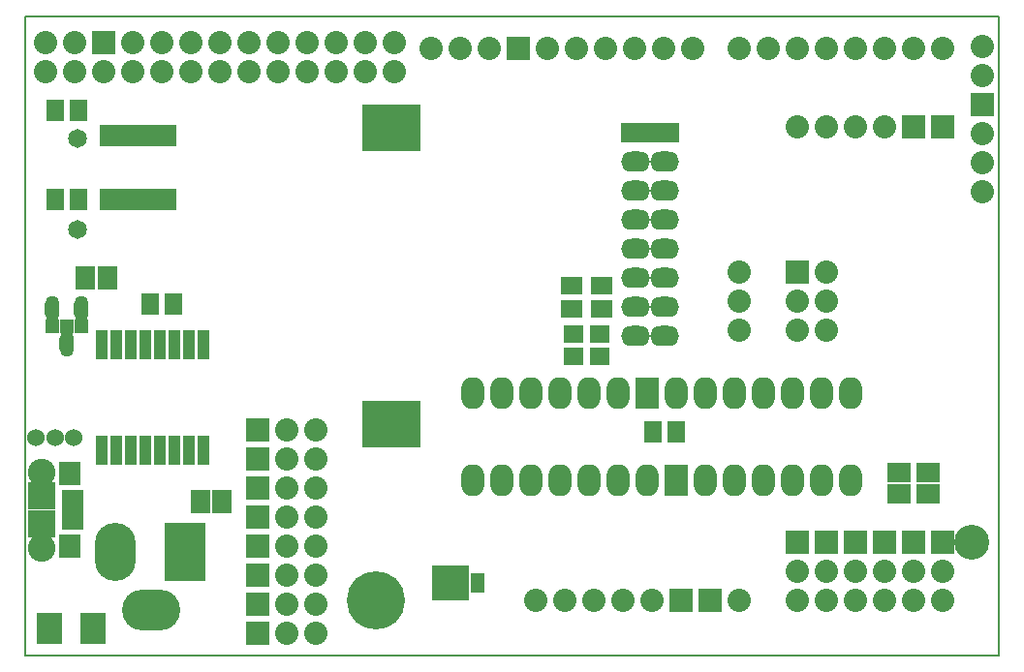
<source format=gbs>
G04 (created by PCBNEW (2013-03-15 BZR 4003)-stable) date 12-Jun-13 3:11:28 PM*
%MOIN*%
G04 Gerber Fmt 3.4, Leading zero omitted, Abs format*
%FSLAX34Y34*%
G01*
G70*
G90*
G04 APERTURE LIST*
%ADD10C,2.3622e-006*%
%ADD11C,0.005*%
%ADD12R,0.08X0.08*%
%ADD13C,0.08*%
%ADD14R,0.09X0.1075*%
%ADD15R,0.0365X0.0779*%
%ADD16R,0.0712X0.079*%
%ADD17R,0.062X0.076*%
%ADD18R,0.076X0.062*%
%ADD19R,0.079X0.0712*%
%ADD20C,0.06*%
%ADD21R,0.0712X0.0613*%
%ADD22R,0.0436X0.0987*%
%ADD23R,0.2X0.16*%
%ADD24R,0.1X0.07*%
%ADD25O,0.1X0.07*%
%ADD26R,0.074X0.036*%
%ADD27R,0.076X0.083*%
%ADD28R,0.095X0.095*%
%ADD29C,0.095*%
%ADD30C,0.065*%
%ADD31R,0.125X0.12*%
%ADD32R,0.05X0.07*%
%ADD33O,0.14X0.2*%
%ADD34R,0.14X0.2*%
%ADD35O,0.2X0.14*%
%ADD36O,0.05X0.09*%
%ADD37R,0.05X0.05*%
%ADD38C,0.2*%
%ADD39C,0.12*%
%ADD40O,0.08X0.11*%
%ADD41R,0.08X0.11*%
G04 APERTURE END LIST*
G54D10*
G54D11*
X43500Y-32000D02*
X43500Y-10000D01*
X10000Y-10000D02*
X43500Y-10000D01*
X43500Y-32000D02*
X10000Y-32000D01*
X10000Y-32000D02*
X10000Y-10000D01*
G54D12*
X18000Y-31250D03*
X18000Y-30250D03*
X18000Y-29250D03*
X18000Y-28250D03*
X18000Y-27250D03*
X18000Y-26250D03*
X18000Y-25250D03*
X18000Y-24250D03*
G54D13*
X19000Y-31250D03*
X19000Y-30250D03*
X19000Y-29250D03*
X19000Y-28250D03*
X19000Y-27250D03*
X19000Y-26250D03*
X19000Y-25250D03*
X19000Y-24250D03*
G54D14*
X12325Y-31075D03*
X10825Y-31075D03*
G54D15*
X13747Y-14098D03*
X14003Y-14098D03*
X14259Y-14098D03*
X14515Y-14098D03*
X12983Y-16300D03*
X12979Y-14098D03*
X13235Y-14098D03*
X13491Y-14098D03*
X14771Y-16302D03*
X14515Y-16302D03*
X14259Y-16302D03*
X14003Y-16302D03*
X13747Y-16302D03*
X13491Y-16302D03*
X14771Y-14098D03*
X13235Y-16300D03*
X12723Y-14098D03*
X15027Y-14098D03*
X15027Y-16302D03*
X12723Y-16302D03*
G54D16*
X12075Y-19025D03*
X12825Y-19025D03*
G54D17*
X11025Y-13250D03*
X11825Y-13250D03*
X11025Y-16300D03*
X11825Y-16300D03*
G54D18*
X28800Y-20075D03*
X28800Y-19275D03*
G54D17*
X32400Y-24300D03*
X31600Y-24300D03*
X15100Y-19925D03*
X14300Y-19925D03*
G54D18*
X29850Y-20075D03*
X29850Y-19275D03*
G54D19*
X41075Y-25700D03*
X41075Y-26450D03*
X40075Y-25700D03*
X40075Y-26450D03*
G54D20*
X11675Y-24500D03*
X11025Y-24500D03*
X10375Y-24500D03*
G54D21*
X29775Y-21700D03*
X28875Y-20950D03*
X29775Y-20950D03*
X28875Y-21700D03*
G54D22*
X16125Y-24956D03*
X15625Y-24956D03*
X15125Y-24956D03*
X14625Y-24956D03*
X14125Y-24956D03*
X13625Y-24956D03*
X13125Y-24956D03*
X12625Y-24956D03*
X12625Y-21294D03*
X13125Y-21294D03*
X13625Y-21294D03*
X14125Y-21294D03*
X14625Y-21294D03*
X15125Y-21294D03*
X15625Y-21294D03*
X16125Y-21294D03*
G54D16*
X16775Y-26700D03*
X16025Y-26700D03*
G54D23*
X22600Y-24050D03*
X22600Y-13850D03*
G54D13*
X20000Y-31250D03*
X20000Y-30250D03*
X20000Y-29250D03*
X20000Y-28250D03*
X20000Y-27250D03*
X20000Y-26250D03*
X20000Y-25250D03*
X20000Y-24250D03*
X42950Y-11050D03*
X42950Y-12050D03*
G54D12*
X42950Y-13050D03*
G54D13*
X42950Y-14050D03*
X42950Y-15050D03*
X42950Y-16050D03*
G54D24*
X31000Y-14000D03*
G54D25*
X31000Y-15000D03*
X31000Y-16000D03*
X31000Y-17000D03*
X31000Y-18000D03*
X31000Y-19000D03*
X31000Y-20000D03*
X31000Y-21000D03*
G54D24*
X32000Y-14000D03*
G54D25*
X32000Y-15000D03*
X32000Y-16000D03*
X32000Y-17000D03*
X32000Y-18000D03*
X32000Y-19000D03*
X32000Y-20000D03*
X32000Y-21000D03*
G54D26*
X11625Y-27000D03*
X11625Y-26744D03*
X11625Y-26488D03*
X11625Y-27256D03*
X11625Y-27512D03*
G54D27*
X11525Y-28250D03*
X11525Y-25750D03*
G54D28*
X10575Y-27475D03*
X10575Y-26525D03*
G54D29*
X10575Y-28300D03*
X10575Y-25700D03*
G54D13*
X37575Y-20800D03*
X36575Y-20800D03*
X37575Y-19800D03*
X36575Y-19800D03*
X37575Y-18800D03*
G54D12*
X36575Y-18800D03*
G54D30*
X11800Y-14200D03*
X11800Y-17350D03*
G54D31*
X24650Y-29500D03*
G54D32*
X25575Y-29500D03*
G54D33*
X13100Y-28450D03*
G54D34*
X15500Y-28450D03*
G54D35*
X14350Y-30450D03*
G54D13*
X10700Y-11900D03*
X10700Y-10900D03*
X11700Y-11900D03*
X11700Y-10900D03*
X12700Y-11900D03*
G54D12*
X12700Y-10900D03*
G54D13*
X13700Y-11900D03*
X13700Y-10900D03*
X14700Y-11900D03*
X14700Y-10900D03*
X15700Y-11900D03*
X15700Y-10900D03*
X16700Y-11900D03*
X16700Y-10900D03*
X17700Y-11900D03*
X17700Y-10900D03*
X18700Y-11900D03*
X18700Y-10900D03*
X19700Y-11900D03*
X19700Y-10900D03*
X20700Y-11900D03*
X20700Y-10900D03*
X21700Y-11900D03*
X21700Y-10900D03*
X22700Y-11900D03*
X22700Y-10900D03*
X34575Y-18800D03*
X34575Y-19800D03*
X34575Y-20800D03*
X41575Y-29125D03*
X40575Y-29125D03*
X39575Y-29125D03*
X38575Y-29125D03*
X37575Y-29125D03*
X36575Y-29125D03*
G54D12*
X41575Y-28125D03*
X40575Y-28125D03*
X39575Y-28125D03*
X38575Y-28125D03*
X37575Y-28125D03*
X36575Y-28125D03*
G54D36*
X11950Y-20075D03*
X10950Y-20075D03*
X11450Y-21275D03*
G54D37*
X10950Y-20675D03*
X11450Y-20675D03*
X11950Y-20675D03*
G54D12*
X41575Y-13800D03*
X40575Y-13800D03*
G54D13*
X39575Y-13800D03*
X38575Y-13800D03*
X37575Y-13800D03*
X36575Y-13800D03*
X41575Y-30125D03*
X40575Y-30125D03*
X39575Y-30125D03*
X36575Y-30125D03*
X37575Y-30125D03*
X38575Y-30125D03*
X34575Y-30125D03*
G54D12*
X33575Y-30125D03*
X32575Y-30125D03*
G54D13*
X30575Y-30125D03*
X29575Y-30125D03*
X41575Y-11125D03*
X40575Y-11125D03*
X39575Y-11125D03*
X38575Y-11125D03*
X37575Y-11125D03*
X36575Y-11125D03*
X35575Y-11125D03*
X34575Y-11125D03*
X32975Y-11125D03*
X31975Y-11125D03*
X30975Y-11125D03*
X29975Y-11125D03*
X28975Y-11125D03*
X27975Y-11125D03*
G54D12*
X26975Y-11125D03*
G54D13*
X25975Y-11125D03*
X31575Y-30125D03*
G54D38*
X22075Y-30125D03*
G54D39*
X42575Y-28125D03*
G54D13*
X28575Y-30125D03*
X27575Y-30125D03*
X24975Y-11125D03*
X23975Y-11125D03*
G54D40*
X37400Y-22975D03*
X36400Y-22975D03*
X35400Y-22975D03*
X34400Y-22975D03*
X33400Y-22975D03*
X32400Y-22975D03*
G54D41*
X31400Y-22975D03*
G54D40*
X30400Y-22975D03*
X29400Y-22975D03*
X28400Y-22975D03*
X27400Y-22975D03*
X26400Y-22975D03*
X25400Y-22975D03*
X38400Y-22975D03*
X25400Y-25975D03*
X26400Y-25975D03*
X27400Y-25975D03*
X28400Y-25975D03*
X29400Y-25975D03*
X30400Y-25975D03*
X31400Y-25975D03*
G54D41*
X32400Y-25975D03*
G54D40*
X33400Y-25975D03*
X34400Y-25975D03*
X35400Y-25975D03*
X36400Y-25975D03*
X37400Y-25975D03*
X38400Y-25975D03*
M02*

</source>
